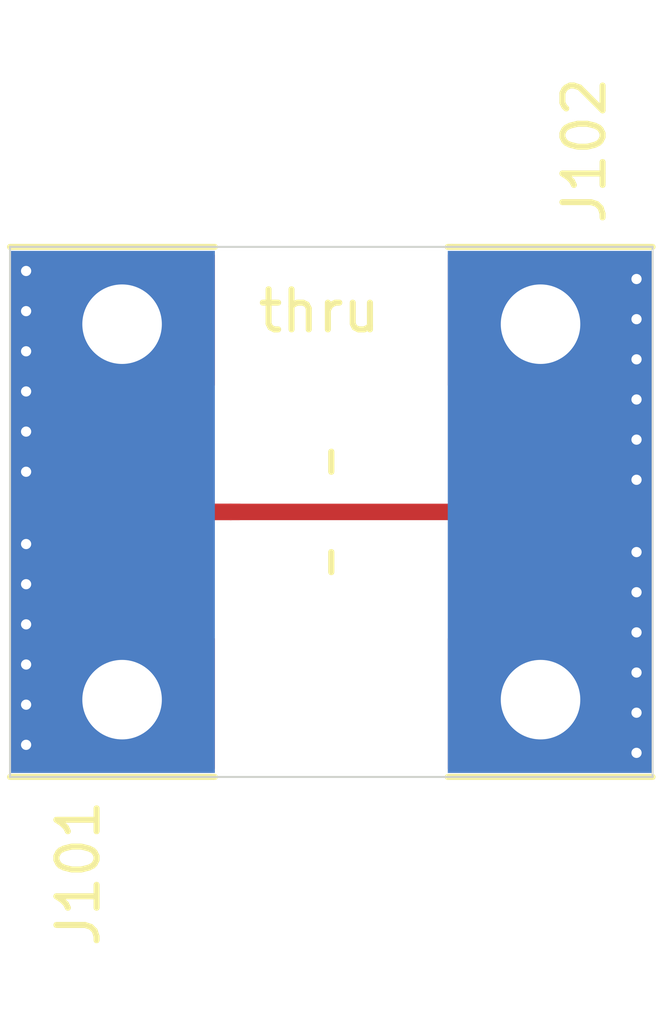
<source format=kicad_pcb>
(kicad_pcb (version 20171130) (host pcbnew "(5.1.4-74-gcf968cb6b)")

  (general
    (thickness 1.6)
    (drawings 5)
    (tracks 4)
    (zones 0)
    (modules 2)
    (nets 3)
  )

  (page A4)
  (layers
    (0 F.Cu signal)
    (1 In1.Cu signal)
    (2 In2.Cu signal)
    (31 B.Cu signal)
    (32 B.Adhes user)
    (33 F.Adhes user)
    (34 B.Paste user)
    (35 F.Paste user)
    (36 B.SilkS user)
    (37 F.SilkS user)
    (38 B.Mask user)
    (39 F.Mask user)
    (40 Dwgs.User user)
    (41 Cmts.User user)
    (42 Eco1.User user)
    (43 Eco2.User user)
    (44 Edge.Cuts user)
    (45 Margin user)
    (46 B.CrtYd user)
    (47 F.CrtYd user)
    (48 B.Fab user)
    (49 F.Fab user)
  )

  (setup
    (last_trace_width 0.41)
    (user_trace_width 0.41)
    (trace_clearance 0.2)
    (zone_clearance 0.2)
    (zone_45_only no)
    (trace_min 0.2)
    (via_size 0.8)
    (via_drill 0.4)
    (via_min_size 0.4)
    (via_min_drill 0.3)
    (uvia_size 0.3)
    (uvia_drill 0.1)
    (uvias_allowed no)
    (uvia_min_size 0.2)
    (uvia_min_drill 0.1)
    (edge_width 0.05)
    (segment_width 0.2)
    (pcb_text_width 0.3)
    (pcb_text_size 1.5 1.5)
    (mod_edge_width 0.12)
    (mod_text_size 1 1)
    (mod_text_width 0.15)
    (pad_size 1.524 1.524)
    (pad_drill 0.762)
    (pad_to_mask_clearance 0.02)
    (solder_mask_min_width 0.15)
    (aux_axis_origin 0 0)
    (visible_elements FFFFFF7F)
    (pcbplotparams
      (layerselection 0x010fc_ffffffff)
      (usegerberextensions false)
      (usegerberattributes false)
      (usegerberadvancedattributes false)
      (creategerberjobfile false)
      (excludeedgelayer true)
      (linewidth 0.100000)
      (plotframeref false)
      (viasonmask false)
      (mode 1)
      (useauxorigin false)
      (hpglpennumber 1)
      (hpglpenspeed 20)
      (hpglpendiameter 15.000000)
      (psnegative false)
      (psa4output false)
      (plotreference true)
      (plotvalue true)
      (plotinvisibletext false)
      (padsonsilk false)
      (subtractmaskfromsilk false)
      (outputformat 1)
      (mirror false)
      (drillshape 1)
      (scaleselection 1)
      (outputdirectory ""))
  )

  (net 0 "")
  (net 1 GND)
  (net 2 "Net-(J101-Pad1)")

  (net_class Default "This is the default net class."
    (clearance 0.2)
    (trace_width 0.25)
    (via_dia 0.8)
    (via_drill 0.4)
    (uvia_dia 0.3)
    (uvia_drill 0.1)
    (add_net GND)
    (add_net "Net-(J101-Pad1)")
  )

  (module vna_mm:sw_edge_oshpark_4layer (layer F.Cu) (tedit 5D8802F6) (tstamp 5D8815F2)
    (at 154.5 83 90)
    (path /5D880968)
    (fp_text reference J101 (at -9 1.7 90) (layer F.SilkS)
      (effects (font (size 1 1) (thickness 0.15)))
    )
    (fp_text value Conn_Coaxial (at -11.9 7.3) (layer F.Fab)
      (effects (font (size 1 1) (thickness 0.15)))
    )
    (fp_line (start 1 8) (end 1.5 8) (layer F.SilkS) (width 0.15))
    (fp_line (start -1 8) (end -1.5 8) (layer F.SilkS) (width 0.15))
    (fp_poly (pts (xy -6.6 0) (xy -0.5 0) (xy -0.5 5.1) (xy -6.6 5.1)) (layer F.Mask) (width 0.1))
    (fp_poly (pts (xy 0.5 0) (xy 6.6 0) (xy 6.6 5.1) (xy 0.5 5.1)) (layer F.Mask) (width 0.1))
    (fp_poly (pts (xy -0.6 1.9) (xy 0.6 1.9) (xy 0.6 5.1) (xy -0.6 5.1)) (layer F.Mask) (width 0.1))
    (fp_poly (pts (xy -0.5 0) (xy 0.5 0) (xy 0.5 1.3) (xy -0.5 1.3)) (layer F.Mask) (width 0.1))
    (fp_line (start 6.6 0) (end 6.6 5.1) (layer F.SilkS) (width 0.15))
    (fp_line (start -6.6 0) (end -6.6 5) (layer F.SilkS) (width 0.15))
    (fp_line (start -6.6 5) (end -6.6 5.1) (layer F.SilkS) (width 0.15))
    (pad 2 smd rect (at 0 2.55 270) (size 13 5.1) (layers B.Cu B.Mask)
      (net 1 GND))
    (pad 2 smd rect (at 4.775 2.85 270) (size 3.25 4.5) (layers F.Cu F.Mask)
      (net 1 GND))
    (pad 2 smd rect (at -4.775 2.85 270) (size 3.25 4.5) (layers F.Cu F.Mask)
      (net 1 GND))
    (pad 2 thru_hole circle (at -4.675 2.79 90) (size 3 3) (drill 1.98) (layers *.Cu *.Mask)
      (net 1 GND))
    (pad 2 thru_hole circle (at 4.675 2.79 90) (size 3 3) (drill 1.98) (layers *.Cu *.Mask)
      (net 1 GND))
    (pad 1 smd rect (at 0 3.04 90) (size 0.41 4.08) (layers F.Cu)
      (net 2 "Net-(J101-Pad1)"))
    (pad 1 smd trapezoid (at 0 0.55 90) (size 0.3 0.95) (rect_delta 0 0.11 ) (layers F.Cu F.Mask)
      (net 2 "Net-(J101-Pad1)"))
    (pad 2 smd rect (at 3.4 0.3 270) (size 6 0.6) (layers F.Cu F.Mask)
      (net 1 GND))
    (pad 2 smd trapezoid (at 3.4 0.7 90) (size 5.8 0.2) (rect_delta 0 -0.2 ) (layers F.Cu F.Mask)
      (net 1 GND))
    (pad 2 thru_hole circle (at 1 0.4 90) (size 0.5 0.5) (drill 0.254) (layers *.Cu *.Mask)
      (net 1 GND))
    (pad 2 thru_hole circle (at 2 0.4 90) (size 0.5 0.5) (drill 0.254) (layers *.Cu *.Mask)
      (net 1 GND))
    (pad 2 thru_hole circle (at 3 0.4 90) (size 0.5 0.5) (drill 0.254) (layers *.Cu *.Mask)
      (net 1 GND))
    (pad 2 thru_hole circle (at 4 0.4 90) (size 0.5 0.5) (drill 0.254) (layers *.Cu *.Mask)
      (net 1 GND))
    (pad 2 thru_hole circle (at 5 0.4 90) (size 0.5 0.5) (drill 0.254) (layers *.Cu *.Mask)
      (net 1 GND))
    (pad 2 thru_hole circle (at 6 0.4 90) (size 0.5 0.5) (drill 0.254) (layers *.Cu *.Mask)
      (net 1 GND))
    (pad 2 smd trapezoid (at -3.4 0.7 90) (size 5.8 0.2) (rect_delta 0 -0.2 ) (layers F.Cu F.Mask)
      (net 1 GND))
    (pad 2 smd rect (at -3.4 0.3 270) (size 6 0.6) (layers F.Cu F.Mask)
      (net 1 GND))
    (pad 2 thru_hole circle (at -2.8 0.4 90) (size 0.5 0.5) (drill 0.254) (layers *.Cu *.Mask)
      (net 1 GND))
    (pad 2 thru_hole circle (at -0.8 0.4 90) (size 0.5 0.5) (drill 0.254) (layers *.Cu *.Mask)
      (net 1 GND))
    (pad 2 thru_hole circle (at -1.8 0.4 90) (size 0.5 0.5) (drill 0.254) (layers *.Cu *.Mask)
      (net 1 GND))
    (pad 2 thru_hole circle (at -5.8 0.4 90) (size 0.5 0.5) (drill 0.254) (layers *.Cu *.Mask)
      (net 1 GND))
    (pad 2 thru_hole circle (at -3.8 0.4 90) (size 0.5 0.5) (drill 0.254) (layers *.Cu *.Mask)
      (net 1 GND))
    (pad 2 thru_hole circle (at -4.8 0.4 90) (size 0.5 0.5) (drill 0.254) (layers *.Cu *.Mask)
      (net 1 GND))
  )

  (module vna_mm:sw_edge_oshpark_4layer (layer F.Cu) (tedit 5D8802F6) (tstamp 5D8808DF)
    (at 170.5 83 270)
    (path /5D88288F)
    (fp_text reference J102 (at -9 1.7 90) (layer F.SilkS)
      (effects (font (size 1 1) (thickness 0.15)))
    )
    (fp_text value Conn_Coaxial (at -11.9 7.3) (layer F.Fab)
      (effects (font (size 1 1) (thickness 0.15)))
    )
    (fp_line (start 1 8) (end 1.5 8) (layer F.SilkS) (width 0.15))
    (fp_line (start -1 8) (end -1.5 8) (layer F.SilkS) (width 0.15))
    (fp_poly (pts (xy -6.6 0) (xy -0.5 0) (xy -0.5 5.1) (xy -6.6 5.1)) (layer F.Mask) (width 0.1))
    (fp_poly (pts (xy 0.5 0) (xy 6.6 0) (xy 6.6 5.1) (xy 0.5 5.1)) (layer F.Mask) (width 0.1))
    (fp_poly (pts (xy -0.6 1.9) (xy 0.6 1.9) (xy 0.6 5.1) (xy -0.6 5.1)) (layer F.Mask) (width 0.1))
    (fp_poly (pts (xy -0.5 0) (xy 0.5 0) (xy 0.5 1.3) (xy -0.5 1.3)) (layer F.Mask) (width 0.1))
    (fp_line (start 6.6 0) (end 6.6 5.1) (layer F.SilkS) (width 0.15))
    (fp_line (start -6.6 0) (end -6.6 5) (layer F.SilkS) (width 0.15))
    (fp_line (start -6.6 5) (end -6.6 5.1) (layer F.SilkS) (width 0.15))
    (pad 2 smd rect (at 0 2.55 90) (size 13 5.1) (layers B.Cu B.Mask)
      (net 1 GND))
    (pad 2 smd rect (at 4.775 2.85 90) (size 3.25 4.5) (layers F.Cu F.Mask)
      (net 1 GND))
    (pad 2 smd rect (at -4.775 2.85 90) (size 3.25 4.5) (layers F.Cu F.Mask)
      (net 1 GND))
    (pad 2 thru_hole circle (at -4.675 2.79 270) (size 3 3) (drill 1.98) (layers *.Cu *.Mask)
      (net 1 GND))
    (pad 2 thru_hole circle (at 4.675 2.79 270) (size 3 3) (drill 1.98) (layers *.Cu *.Mask)
      (net 1 GND))
    (pad 1 smd rect (at 0 3.04 270) (size 0.41 4.08) (layers F.Cu)
      (net 2 "Net-(J101-Pad1)"))
    (pad 1 smd trapezoid (at 0 0.55 270) (size 0.3 0.95) (rect_delta 0 0.11 ) (layers F.Cu F.Mask)
      (net 2 "Net-(J101-Pad1)"))
    (pad 2 smd rect (at 3.4 0.3 90) (size 6 0.6) (layers F.Cu F.Mask)
      (net 1 GND))
    (pad 2 smd trapezoid (at 3.4 0.7 270) (size 5.8 0.2) (rect_delta 0 -0.2 ) (layers F.Cu F.Mask)
      (net 1 GND))
    (pad 2 thru_hole circle (at 1 0.4 270) (size 0.5 0.5) (drill 0.254) (layers *.Cu *.Mask)
      (net 1 GND))
    (pad 2 thru_hole circle (at 2 0.4 270) (size 0.5 0.5) (drill 0.254) (layers *.Cu *.Mask)
      (net 1 GND))
    (pad 2 thru_hole circle (at 3 0.4 270) (size 0.5 0.5) (drill 0.254) (layers *.Cu *.Mask)
      (net 1 GND))
    (pad 2 thru_hole circle (at 4 0.4 270) (size 0.5 0.5) (drill 0.254) (layers *.Cu *.Mask)
      (net 1 GND))
    (pad 2 thru_hole circle (at 5 0.4 270) (size 0.5 0.5) (drill 0.254) (layers *.Cu *.Mask)
      (net 1 GND))
    (pad 2 thru_hole circle (at 6 0.4 270) (size 0.5 0.5) (drill 0.254) (layers *.Cu *.Mask)
      (net 1 GND))
    (pad 2 smd trapezoid (at -3.4 0.7 270) (size 5.8 0.2) (rect_delta 0 -0.2 ) (layers F.Cu F.Mask)
      (net 1 GND))
    (pad 2 smd rect (at -3.4 0.3 90) (size 6 0.6) (layers F.Cu F.Mask)
      (net 1 GND))
    (pad 2 thru_hole circle (at -2.8 0.4 270) (size 0.5 0.5) (drill 0.254) (layers *.Cu *.Mask)
      (net 1 GND))
    (pad 2 thru_hole circle (at -0.8 0.4 270) (size 0.5 0.5) (drill 0.254) (layers *.Cu *.Mask)
      (net 1 GND))
    (pad 2 thru_hole circle (at -1.8 0.4 270) (size 0.5 0.5) (drill 0.254) (layers *.Cu *.Mask)
      (net 1 GND))
    (pad 2 thru_hole circle (at -5.8 0.4 270) (size 0.5 0.5) (drill 0.254) (layers *.Cu *.Mask)
      (net 1 GND))
    (pad 2 thru_hole circle (at -3.8 0.4 270) (size 0.5 0.5) (drill 0.254) (layers *.Cu *.Mask)
      (net 1 GND))
    (pad 2 thru_hole circle (at -4.8 0.4 270) (size 0.5 0.5) (drill 0.254) (layers *.Cu *.Mask)
      (net 1 GND))
  )

  (gr_text thru (at 162.2 78) (layer F.SilkS)
    (effects (font (size 1 1) (thickness 0.15)))
  )
  (gr_line (start 154.5 76.4) (end 170.5 76.4) (layer Edge.Cuts) (width 0.05) (tstamp 5D8820E0))
  (gr_line (start 170.5 89.6) (end 154.5 89.6) (layer Edge.Cuts) (width 0.05) (tstamp 5D8820DF))
  (gr_line (start 170.5 76.4) (end 170.5 89.6) (layer Edge.Cuts) (width 0.05) (tstamp 5D88180E))
  (gr_line (start 154.5 76.4) (end 154.5 89.6) (layer Edge.Cuts) (width 0.05))

  (segment (start 157.54 83) (end 160 83) (width 0.41) (layer F.Cu) (net 2) (status 10))
  (segment (start 160 83) (end 160.205 83) (width 0.41) (layer F.Cu) (net 2))
  (segment (start 159.99 83) (end 167.46 83) (width 0.41) (layer F.Cu) (net 2))
  (segment (start 157.54 83) (end 159.99 83) (width 0.41) (layer F.Cu) (net 2))

  (zone (net 1) (net_name GND) (layer In1.Cu) (tstamp 0) (hatch edge 0.508)
    (connect_pads yes (clearance 0.2))
    (min_thickness 0.2)
    (fill yes (arc_segments 32) (thermal_gap 0.508) (thermal_bridge_width 0.508))
    (polygon
      (pts
        (xy 154.5 76.4) (xy 154.5 89.6) (xy 170.6 89.6) (xy 170.6 76.4)
      )
    )
    (filled_polygon
      (pts
        (xy 170.5 89.275) (xy 154.825 89.275) (xy 154.825 76.725) (xy 170.5 76.725)
      )
    )
  )
  (zone (net 0) (net_name "") (layer F.Mask) (tstamp 0) (hatch edge 0.508)
    (connect_pads yes (clearance 0.2))
    (min_thickness 0.2)
    (fill yes (arc_segments 32) (thermal_gap 0.508) (thermal_bridge_width 0.508))
    (polygon
      (pts
        (xy 159 79.5) (xy 159 86.5) (xy 167.3 86.5) (xy 167.3 79.5)
      )
    )
    (filled_polygon
      (pts
        (xy 167.2 86.4) (xy 159.1 86.4) (xy 159.1 79.6) (xy 167.2 79.6)
      )
    )
  )
)

</source>
